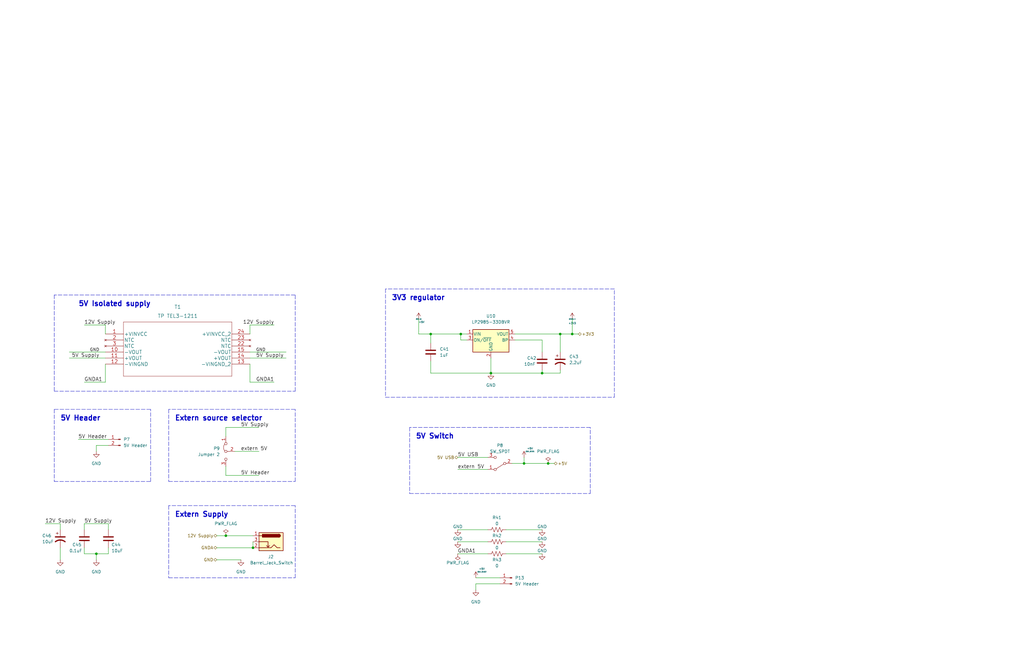
<source format=kicad_sch>
(kicad_sch (version 20211123) (generator eeschema)
  (paper "B")
  (title_block (title "Power supply") (date "07 07 2021"))
  (lib_symbols
    (symbol "Connector:Barrel_Jack_Switch" (pin_names hide)
      (property "Reference" "J" (at 0 5.334 0))
      (property "Value" "Barrel_Jack_Switch" (at 0 -5.08 0))
      (symbol "Barrel_Jack_Switch_0_1"
        (rectangle (start -5.08 3.81) (end 5.08 -3.81) (stroke (width 0.254)) (fill (type background)))
        (arc (start -3.302 3.175) (mid -3.937 2.54) (end -3.302 1.905) (stroke (width 0.254)))
        (arc (start -3.302 3.175) (mid -3.937 2.54) (end -3.302 1.905) (stroke (width 0.254)) (fill (type outline)))
        (polyline (pts (xy 1.27 -2.286) (xy 1.905 -1.651)) (stroke (width 0.254)))
        (polyline (pts (xy 5.08 2.54) (xy 3.81 2.54)) (stroke (width 0.254)))
        (polyline (pts (xy 5.08 0) (xy 1.27 0) (xy 1.27 -2.286) (xy 0.635 -1.651)) (stroke (width 0.254)))
        (polyline (pts (xy -3.81 -2.54) (xy -2.54 -2.54) (xy -1.27 -1.27) (xy 0 -2.54) (xy 2.54 -2.54) (xy 5.08 -2.54)) (stroke (width 0.254)))
        (rectangle (start 3.683 3.175) (end -3.302 1.905) (stroke (width 0.254)) (fill (type outline)))
      )
      (symbol "Barrel_Jack_Switch_1_1"
        (pin passive line (at 7.62 2.54 180) (length 2.54) (name "~") (number "1"))
        (pin passive line (at 7.62 -2.54 180) (length 2.54) (name "~") (number "2"))
        (pin passive line (at 7.62 0 180) (length 2.54) (name "~") (number "3"))
      )
    )
    (symbol "Connector:Conn_01x02_Male" (pin_names (offset 1.016) hide)
      (property "Reference" "J" (at 0 2.54 0))
      (property "Value" "Conn_01x02_Male" (at 0 -5.08 0))
      (symbol "Conn_01x02_Male_1_1"
        (polyline (pts (xy 1.27 -2.54) (xy 0.8636 -2.54)) (stroke (width 0.1524)))
        (polyline (pts (xy 1.27 0) (xy 0.8636 0)) (stroke (width 0.1524)))
        (rectangle (start 0.8636 -2.413) (end 0 -2.667) (stroke (width 0.1524)) (fill (type outline)))
        (rectangle (start 0.8636 0.127) (end 0 -0.127) (stroke (width 0.1524)) (fill (type outline)))
        (pin passive line (at 5.08 0 180) (length 3.81) (name "Pin_1") (number "1"))
        (pin passive line (at 5.08 -2.54 180) (length 3.81) (name "Pin_2") (number "2"))
      )
    )
    (symbol "Device:C" (pin_numbers hide) (pin_names (offset 0.254))
      (property "Reference" "C" (at 0.635 2.54 0))
      (property "Value" "C" (at 0.635 -2.54 0))
      (symbol "C_0_1"
        (polyline (pts (xy -2.032 -0.762) (xy 2.032 -0.762)) (stroke (width 0.508)))
        (polyline (pts (xy -2.032 0.762) (xy 2.032 0.762)) (stroke (width 0.508)))
      )
      (symbol "C_1_1"
        (pin passive line (at 0 3.81 270) (length 2.794) (name "~") (number "1"))
        (pin passive line (at 0 -3.81 90) (length 2.794) (name "~") (number "2"))
      )
    )
    (symbol "Device:C_Polarized_US" (pin_numbers hide) (pin_names (offset 0.254) hide)
      (property "Reference" "C" (at 0.635 2.54 0))
      (property "Value" "C_Polarized_US" (at 0.635 -2.54 0))
      (symbol "C_Polarized_US_0_1"
        (polyline (pts (xy -2.032 0.762) (xy 2.032 0.762)) (stroke (width 0.508)))
        (polyline (pts (xy -1.778 2.286) (xy -0.762 2.286)))
        (polyline (pts (xy -1.27 1.778) (xy -1.27 2.794)))
        (arc (start 2.032 -1.27) (mid 0 -0.5572) (end -2.032 -1.27) (stroke (width 0.508)))
      )
      (symbol "C_Polarized_US_1_1"
        (pin passive line (at 0 3.81 270) (length 2.794) (name "~") (number "1"))
        (pin passive line (at 0 -3.81 90) (length 3.302) (name "~") (number "2"))
      )
    )
    (symbol "Device:R_US" (pin_numbers hide) (pin_names (offset 0))
      (property "Reference" "R" (at 2.54 0 90))
      (property "Value" "R_US" (at -2.54 0 90))
      (symbol "R_US_0_1"
        (polyline (pts (xy 0 -2.286) (xy 0 -2.54)))
        (polyline (pts (xy 0 2.286) (xy 0 2.54)))
        (polyline (pts (xy 0 -0.762) (xy 1.016 -1.143) (xy 0 -1.524) (xy -1.016 -1.905) (xy 0 -2.286)))
        (polyline (pts (xy 0 0.762) (xy 1.016 0.381) (xy 0 0) (xy -1.016 -0.381) (xy 0 -0.762)))
        (polyline (pts (xy 0 2.286) (xy 1.016 1.905) (xy 0 1.524) (xy -1.016 1.143) (xy 0 0.762)))
      )
      (symbol "R_US_1_1"
        (pin passive line (at 0 3.81 270) (length 1.27) (name "~") (number "1"))
        (pin passive line (at 0 -3.81 90) (length 1.27) (name "~") (number "2"))
      )
    )
    (symbol "Jumper:Jumper_3_Bridged12" (pin_names (offset 0) hide)
      (property "Reference" "JP" (at -2.54 -2.54 0))
      (property "Value" "Jumper_3_Bridged12" (at 0 2.794 0))
      (symbol "Jumper_3_Bridged12_0_0"
        (circle (center -3.302 0) (radius 0.508))
        (circle (center 0 0) (radius 0.508))
        (circle (center 3.302 0) (radius 0.508))
      )
      (symbol "Jumper_3_Bridged12_0_1"
        (arc (start -0.254 0.508) (mid -1.651 0.9912) (end -3.048 0.508))
        (polyline (pts (xy 0 -1.27) (xy 0 -0.508)))
      )
      (symbol "Jumper_3_Bridged12_1_1"
        (pin passive line (at -6.35 0 0) (length 2.54) (name "A") (number "1"))
        (pin input line (at 0 -3.81 90) (length 2.54) (name "C") (number "2"))
        (pin passive line (at 6.35 0 180) (length 2.54) (name "B") (number "3"))
      )
    )
    (symbol "Regulator_Linear:LP2985-3.3" (pin_names (offset 0.254))
      (property "Reference" "U" (at -6.35 5.715 0))
      (property "Value" "LP2985-3.3" (at 0 5.715 0))
      (symbol "LP2985-3.3_0_1"
        (rectangle (start -7.62 -5.08) (end 7.62 4.445) (stroke (width 0.254)) (fill (type background)))
      )
      (symbol "LP2985-3.3_1_1"
        (pin power_in line (at -10.16 2.54 0) (length 2.54) (name "VIN") (number "1"))
        (pin power_in line (at 0 -7.62 90) (length 2.54) (name "GND") (number "2"))
        (pin input line (at -10.16 0 0) (length 2.54) (name "ON/~{OFF}") (number "3"))
        (pin input line (at 10.16 0 180) (length 2.54) (name "BP") (number "4"))
        (pin power_out line (at 10.16 2.54 180) (length 2.54) (name "VOUT") (number "5"))
      )
    )
    (symbol "Switch:SW_SPDT" (pin_names (offset 0) hide)
      (property "Reference" "SW" (at 0 4.318 0))
      (property "Value" "SW_SPDT" (at 0 -5.08 0))
      (symbol "SW_SPDT_0_0"
        (circle (center -2.032 0) (radius 0.508))
        (circle (center 2.032 -2.54) (radius 0.508))
      )
      (symbol "SW_SPDT_0_1"
        (polyline (pts (xy -1.524 0.254) (xy 1.651 2.286)))
        (circle (center 2.032 2.54) (radius 0.508))
      )
      (symbol "SW_SPDT_1_1"
        (pin passive line (at 5.08 2.54 180) (length 2.54) (name "A") (number "1"))
        (pin passive line (at -5.08 0 0) (length 2.54) (name "B") (number "2"))
        (pin passive line (at 5.08 -2.54 180) (length 2.54) (name "C") (number "3"))
      )
    )
    (symbol "TP TEM3:TEM_3-2411N" (pin_names (offset 0.254))
      (property "Reference" "U" (at 30.48 10.16 0))
      (property "Value" "TEM_3-2411N" (at 30.48 7.62 0))
      (symbol "TEM_3-2411N_1_1"
        (polyline (pts (xy 7.62 -17.78) (xy 53.34 -17.78)) (stroke (width 0.127)))
        (polyline (pts (xy 7.62 5.08) (xy 7.62 -17.78)) (stroke (width 0.127)))
        (polyline (pts (xy 53.34 -17.78) (xy 53.34 5.08)) (stroke (width 0.127)))
        (polyline (pts (xy 53.34 5.08) (xy 7.62 5.08)) (stroke (width 0.127)))
        (pin power_in line (at 0 0 0) (length 7.62) (name "+VINVCC") (number "1"))
        (pin power_in line (at 0 -7.62 0) (length 7.62) (name "-VOUT") (number "10"))
        (pin power_out line (at 0 -10.16 0) (length 7.62) (name "+VOUT") (number "11"))
        (pin power_in line (at 0 -12.7 0) (length 7.62) (name "-VINGND") (number "12"))
        (pin power_in line (at 60.96 -12.7 180) (length 7.62) (name "-VINGND_2") (number "13"))
        (pin power_out line (at 60.96 -10.16 180) (length 7.62) (name "+VOUT") (number "14"))
        (pin power_in line (at 60.96 -7.62 180) (length 7.62) (name "-VOUT") (number "15"))
        (pin no_connect line (at 0 -2.54 0) (length 7.62) (name "NTC") (number "2"))
        (pin no_connect line (at 60.96 -5.08 180) (length 7.62) (name "NTC") (number "22"))
        (pin no_connect line (at 60.96 -2.54 180) (length 7.62) (name "NTC") (number "23"))
        (pin power_in line (at 60.96 0 180) (length 7.62) (name "+VINVCC_2") (number "24"))
        (pin no_connect line (at 0 -5.08 0) (length 7.62) (name "NTC") (number "3"))
      )
    )
    (symbol "power:+3V3" (power) (pin_names (offset 0))
      (property "Value" "+3V3" (at 0 3.556 0))
      (symbol "+3V3_0_1"
        (polyline (pts (xy -0.762 1.27) (xy 0 2.54)))
        (polyline (pts (xy 0 0) (xy 0 2.54)))
        (polyline (pts (xy 0 2.54) (xy 0.762 1.27)))
      )
      (symbol "+3V3_1_1"
        (pin power_in line (at 0 0 90) (length 0) hide (name "+3V3") (number "1"))
      )
    )
    (symbol "power:+5V" (power) (pin_names (offset 0))
      (property "Value" "+5V" (at 0 3.556 0))
      (symbol "+5V_0_1"
        (polyline (pts (xy -0.762 1.27) (xy 0 2.54)))
        (polyline (pts (xy 0 0) (xy 0 2.54)))
        (polyline (pts (xy 0 2.54) (xy 0.762 1.27)))
      )
      (symbol "+5V_1_1"
        (pin power_in line (at 0 0 90) (length 0) hide (name "+5V") (number "1"))
      )
    )
    (symbol "power:GND" (power) (pin_names (offset 0))
      (property "Value" "GND" (at 0 -3.81 0))
      (symbol "GND_0_1"
        (polyline (pts (xy 0 0) (xy 0 -1.27) (xy 1.27 -1.27) (xy 0 -2.54) (xy -1.27 -1.27) (xy 0 -1.27)))
      )
      (symbol "GND_1_1"
        (pin power_in line (at 0 0 270) (length 0) hide (name "GND") (number "1"))
      )
    )
    (symbol "power:PWR_FLAG" (power) (pin_numbers hide) (pin_names (offset 0) hide)
      (property "Value" "PWR_FLAG" (at 0 3.81 0))
      (symbol "PWR_FLAG_0_0"
        (pin power_out line (at 0 0 90) (length 0) (name "pwr") (number "1"))
      )
      (symbol "PWR_FLAG_0_1"
        (polyline (pts (xy 0 0) (xy 0 1.27) (xy -1.016 1.905) (xy 0 2.54) (xy 1.016 1.905) (xy 0 1.27)))
      )
    )
  )
  (junction (at 231.14 195.58))
  (junction (at 194.31 140.97))
  (junction (at 220.98 195.58))
  (junction (at 241.3 140.97))
  (junction (at 228.6 157.48))
  (junction (at 181.61 140.97))
  (junction (at 236.22 140.97))
  (junction (at 106.68 231.14))
  (junction (at 95.25 226.06))
  (junction (at 40.64 233.68))
  (junction (at 207.01 157.48))
  (wire (pts (xy 193.04 198.12) (xy 205.74 198.12)))
  (wire (pts (xy 40.64 233.68) (xy 35.56 233.68)))
  (wire (pts (xy 217.17 140.97) (xy 236.22 140.97)))
  (wire (pts (xy 241.3 140.97) (xy 241.3 134.62)))
  (polyline (pts (xy 172.72 180.34) (xy 172.72 208.28)))
  (polyline (pts (xy 124.46 165.1) (xy 124.46 124.46)))
  (wire (pts (xy 109.22 190.5) (xy 99.06 190.5)))
  (wire (pts (xy 228.6 148.59) (xy 228.6 143.51)))
  (wire (pts (xy 181.61 157.48) (xy 207.01 157.48)))
  (polyline (pts (xy 124.46 172.72) (xy 71.12 172.72)))
  (wire (pts (xy 106.68 226.06) (xy 95.25 226.06)))
  (wire (pts (xy 243.84 140.97) (xy 241.3 140.97)))
  (polyline (pts (xy 259.08 167.64) (xy 259.08 121.92)))
  (wire (pts (xy 200.66 243.84) (xy 210.82 243.84)))
  (wire (pts (xy 105.41 137.16) (xy 115.57 137.16)))
  (polyline (pts (xy 63.5 203.2) (xy 63.5 172.72)))
  (wire (pts (xy 35.56 161.29) (xy 44.45 161.29)))
  (wire (pts (xy 95.25 226.06) (xy 91.44 226.06)))
  (wire (pts (xy 176.53 140.97) (xy 176.53 134.62)))
  (polyline (pts (xy 124.46 243.84) (xy 124.46 213.36)))
  (wire (pts (xy 44.45 161.29) (xy 44.45 153.67)))
  (wire (pts (xy 220.98 195.58) (xy 231.14 195.58)))
  (polyline (pts (xy 259.08 121.92) (xy 162.56 121.92)))
  (wire (pts (xy 25.4 223.52) (xy 25.4 220.98)))
  (wire (pts (xy 25.4 236.22) (xy 25.4 231.14)))
  (wire (pts (xy 105.41 151.13) (xy 120.65 151.13)))
  (wire (pts (xy 45.72 233.68) (xy 40.64 233.68)))
  (wire (pts (xy 105.41 137.16) (xy 105.41 140.97)))
  (wire (pts (xy 40.64 236.22) (xy 40.64 233.68)))
  (wire (pts (xy 35.56 233.68) (xy 35.56 231.14)))
  (polyline (pts (xy 63.5 172.72) (xy 22.86 172.72)))
  (wire (pts (xy 115.57 161.29) (xy 105.41 161.29)))
  (wire (pts (xy 106.68 231.14) (xy 106.68 228.6)))
  (polyline (pts (xy 162.56 167.64) (xy 259.08 167.64)))
  (wire (pts (xy 193.04 193.04) (xy 205.74 193.04)))
  (wire (pts (xy 40.64 190.5) (xy 40.64 187.96)))
  (polyline (pts (xy 71.12 243.84) (xy 124.46 243.84)))
  (polyline (pts (xy 22.86 203.2) (xy 63.5 203.2)))
  (polyline (pts (xy 248.92 208.28) (xy 248.92 180.34)))
  (wire (pts (xy 45.72 223.52) (xy 45.72 220.98)))
  (wire (pts (xy 200.66 248.92) (xy 200.66 246.38)))
  (wire (pts (xy 35.56 223.52) (xy 35.56 220.98)))
  (wire (pts (xy 91.44 236.22) (xy 101.6 236.22)))
  (polyline (pts (xy 124.46 124.46) (xy 22.86 124.46)))
  (wire (pts (xy 95.25 180.34) (xy 95.25 184.15)))
  (wire (pts (xy 217.17 143.51) (xy 228.6 143.51)))
  (wire (pts (xy 220.98 193.04) (xy 220.98 195.58)))
  (polyline (pts (xy 71.12 172.72) (xy 71.12 203.2)))
  (wire (pts (xy 181.61 157.48) (xy 181.61 152.4)))
  (wire (pts (xy 207.01 157.48) (xy 228.6 157.48)))
  (wire (pts (xy 35.56 137.16) (xy 44.45 137.16)))
  (wire (pts (xy 33.02 185.42) (xy 45.72 185.42)))
  (polyline (pts (xy 71.12 213.36) (xy 71.12 243.84)))
  (wire (pts (xy 193.04 233.68) (xy 205.74 233.68)))
  (wire (pts (xy 194.31 143.51) (xy 194.31 140.97)))
  (wire (pts (xy 181.61 140.97) (xy 194.31 140.97)))
  (polyline (pts (xy 71.12 203.2) (xy 124.46 203.2)))
  (wire (pts (xy 236.22 156.21) (xy 236.22 157.48)))
  (wire (pts (xy 105.41 148.59) (xy 120.65 148.59)))
  (wire (pts (xy 236.22 140.97) (xy 236.22 148.59)))
  (wire (pts (xy 194.31 140.97) (xy 196.85 140.97)))
  (wire (pts (xy 231.14 195.58) (xy 233.68 195.58)))
  (wire (pts (xy 236.22 140.97) (xy 241.3 140.97)))
  (wire (pts (xy 95.25 200.66) (xy 109.22 200.66)))
  (polyline (pts (xy 248.92 180.34) (xy 172.72 180.34)))
  (wire (pts (xy 213.36 228.6) (xy 228.6 228.6)))
  (wire (pts (xy 213.36 223.52) (xy 228.6 223.52)))
  (wire (pts (xy 181.61 140.97) (xy 176.53 140.97)))
  (wire (pts (xy 200.66 246.38) (xy 210.82 246.38)))
  (wire (pts (xy 91.44 231.14) (xy 106.68 231.14)))
  (polyline (pts (xy 124.46 203.2) (xy 124.46 172.72)))
  (wire (pts (xy 193.04 223.52) (xy 205.74 223.52)))
  (wire (pts (xy 19.05 220.98) (xy 25.4 220.98)))
  (wire (pts (xy 213.36 233.68) (xy 228.6 233.68)))
  (polyline (pts (xy 22.86 172.72) (xy 22.86 203.2)))
  (wire (pts (xy 44.45 151.13) (xy 29.21 151.13)))
  (wire (pts (xy 44.45 148.59) (xy 29.21 148.59)))
  (polyline (pts (xy 124.46 213.36) (xy 71.12 213.36)))
  (wire (pts (xy 215.9 195.58) (xy 220.98 195.58)))
  (wire (pts (xy 105.41 161.29) (xy 105.41 153.67)))
  (wire (pts (xy 207.01 151.13) (xy 207.01 157.48)))
  (wire (pts (xy 228.6 157.48) (xy 236.22 157.48)))
  (wire (pts (xy 228.6 157.48) (xy 228.6 156.21)))
  (polyline (pts (xy 22.86 165.1) (xy 124.46 165.1)))
  (wire (pts (xy 44.45 137.16) (xy 44.45 140.97)))
  (wire (pts (xy 35.56 220.98) (xy 45.72 220.98)))
  (wire (pts (xy 181.61 140.97) (xy 181.61 144.78)))
  (polyline (pts (xy 172.72 208.28) (xy 248.92 208.28)))
  (polyline (pts (xy 22.86 124.46) (xy 22.86 165.1)))
  (wire (pts (xy 95.25 200.66) (xy 95.25 196.85)))
  (wire (pts (xy 193.04 228.6) (xy 205.74 228.6)))
  (wire (pts (xy 45.72 231.14) (xy 45.72 233.68)))
  (wire (pts (xy 95.25 180.34) (xy 109.22 180.34)))
  (wire (pts (xy 40.64 187.96) (xy 45.72 187.96)))
  (wire (pts (xy 196.85 143.51) (xy 194.31 143.51)))
  (polyline (pts (xy 162.56 121.92) (xy 162.56 167.64)))
  (text "5V Switch" (at 175.26 185.42 0) (effects (font (size 2.1336 2.1336) (thickness 0.4267) bold) (justify left bottom)))
  (text "3V3 regulator" (at 165.1 127 0) (effects (font (size 2.1336 2.1336) (thickness 0.4267) bold) (justify left bottom)))
  (text "5V Header" (at 25.4 177.8 0) (effects (font (size 2.1336 2.1336) (thickness 0.4267) bold) (justify left bottom)))
  (text "5V Isolated supply" (at 33.02 129.54 0) (effects (font (size 2.1336 2.1336) (thickness 0.4267) bold) (justify left bottom)))
  (text "Extern source selector" (at 73.66 177.8 0) (effects (font (size 2.1336 2.1336) (thickness 0.4267) bold) (justify left bottom)))
  (text "Extern Supply" (at 73.66 218.44 0) (effects (font (size 2.1336 2.1336) (thickness 0.4267) bold) (justify left bottom)))
  (label "GNDA1" (at 193.04 233.68 0) (effects (font (size 1.524 1.524))))
  (label "12V Supply" (at 19.05 220.98 0) (effects (font (size 1.524 1.524))))
  (label "5V Supply" (at 41.91 151.13 180) (effects (font (size 1.524 1.524))))
  (label "extern 5V" (at 193.04 198.12 0) (effects (font (size 1.524 1.524))))
  (label "GND" (at 107.95 148.59 0))
  (label "GNDA1" (at 35.56 161.29 0) (effects (font (size 1.524 1.524))))
  (label "5V USB" (at 193.04 193.04 0) (effects (font (size 1.524 1.524))))
  (label "5V Supply" (at 35.56 220.98 0) (effects (font (size 1.524 1.524))))
  (label "12V Supply" (at 35.56 137.16 0) (effects (font (size 1.524 1.524))))
  (label "5V Header" (at 33.02 185.42 0) (effects (font (size 1.524 1.524))))
  (label "GNDA1" (at 115.57 161.29 180) (effects (font (size 1.524 1.524))))
  (label "extern 5V" (at 101.6 190.5 0) (effects (font (size 1.524 1.524))))
  (label "5V Supply" (at 101.6 180.34 0) (effects (font (size 1.524 1.524))))
  (label "5V Header" (at 101.6 200.66 0) (effects (font (size 1.524 1.524))))
  (label "12V Supply" (at 115.57 137.16 180) (effects (font (size 1.524 1.524))))
  (label "5V Supply" (at 107.95 151.13 0) (effects (font (size 1.524 1.524))))
  (label "GND" (at 41.91 148.59 180))
  (hierarchical_label "GND" (shape bidirectional) (at 91.44 236.22 180))
  (hierarchical_label "+5V" (shape bidirectional) (at 233.68 195.58 0))
  (hierarchical_label "5V USB" (shape bidirectional) (at 193.04 193.04 180))
  (hierarchical_label "12V Supply" (shape bidirectional) (at 91.44 226.06 180))
  (hierarchical_label "+3V3" (shape bidirectional) (at 243.84 140.97 0))
  (hierarchical_label "GNDA" (shape bidirectional) (at 91.44 231.14 180))
  (symbol (lib_id "power:+5V") (at 176.53 134.62 0) (unit 1)
    (property "Reference" "5V_6" (at 176.53 134.62 0) (effects (font (size 0.508 0.508))))
    (property "Value" "5V" (at 177.8 135.89 0) (effects (font (size 0.762 0.762))))
  )
  (symbol (lib_id "power:+3V3") (at 241.3 134.62 0) (unit 1)
    (property "Reference" "3V3_4" (at 241.3 134.62 0) (effects (font (size 0.508 0.508))))
    (property "Value" "3V3" (at 241.3 136.398 0) (effects (font (size 0.762 0.762))))
  )
  (symbol (lib_id "TP TEM3:TEM_3-2411N") (at 44.45 140.97 0) (unit 1)
    (property "Reference" "T1" (at 74.93 129.54 0) (effects (font (size 1.524 1.524))))
    (property "Value" "TP TEL3-1211" (at 74.93 133.35 0) (effects (font (size 1.524 1.524))))
    (property "Footprint" "TEM3_TRP" (effects hide))
  )
  (symbol (lib_id "power:GND") (at 193.04 228.6 0) (unit 1)
    (property "Reference" "#PWR0106" (effects hide))
    (property "Value" "GNDA" (at 193.04 227.33 0))
  )
  (symbol (lib_id "Device:R_US") (at 209.55 223.52 90) (unit 1)
    (property "Reference" "R41" (at 209.55 218.44 90))
    (property "Value" "0" (at 209.55 220.98 90))
  )
  (symbol (lib_id "Device:C") (at 35.56 227.33 0) (unit 1)
    (property "Reference" "C45" (at 30.48 229.87 0) (effects (justify left)))
    (property "Value" "0.1uF" (at 29.21 232.41 0) (effects (justify left)))
  )
  (symbol (lib_id "power:+5V") (at 200.66 243.84 0) (unit 1)
    (property "Reference" "#5V_0102" (at 203.2 241.3 0) (effects (font (size 0.508 0.508))))
    (property "Value" "5V" (at 203.2 240.03 0) (effects (font (size 0.762 0.762))))
  )
  (symbol (lib_id "power:GND") (at 40.64 190.5 0) (unit 1)
    (property "Reference" "#PWR0109" (effects hide))
    (property "Value" "GND" (at 40.64 195.58 0))
  )
  (symbol (lib_id "power:GND") (at 101.6 236.22 0) (unit 1)
    (property "Reference" "#PWR0110" (effects hide))
    (property "Value" "GND" (at 101.6 241.3 0))
  )
  (symbol (lib_id "power:GND") (at 25.4 236.22 0) (unit 1)
    (property "Reference" "#PWR0107" (effects hide))
    (property "Value" "GNDA" (at 25.4 241.3 0))
  )
  (symbol (lib_id "power:PWR_FLAG") (at 193.04 233.68 180) (unit 1)
    (property "Reference" "#FLG0104" (effects hide))
    (property "Value" "PWR_FLAG" (at 193.04 237.49 0))
  )
  (symbol (lib_id "Device:R_US") (at 209.55 228.6 90) (unit 1)
    (property "Reference" "R42" (at 209.55 226.06 90))
    (property "Value" "0" (at 209.55 231.14 90))
  )
  (symbol (lib_id "Jumper:Jumper_3_Bridged12") (at 95.25 190.5 90) (mirror x) (unit 1)
    (property "Reference" "P9" (at 92.71 189.2299 90) (effects (justify left)))
    (property "Value" "Jumper 2" (at 92.71 191.7699 90) (effects (justify left)))
  )
  (symbol (lib_id "power:GND") (at 228.6 233.68 0) (unit 1)
    (property "Reference" "#PWR0101" (effects hide))
    (property "Value" "GNDA" (at 228.6 232.41 0))
  )
  (symbol (lib_id "power:PWR_FLAG") (at 231.14 195.58 0) (unit 1)
    (property "Reference" "#FLG0102" (effects hide))
    (property "Value" "PWR_FLAG" (at 231.14 190.5 0))
  )
  (symbol (lib_id "power:GND") (at 40.64 236.22 0) (unit 1)
    (property "Reference" "#PWR0108" (effects hide))
    (property "Value" "GNDA" (at 40.64 241.3 0))
  )
  (symbol (lib_id "Connector:Conn_01x02_Male") (at 215.9 243.84 0) (mirror y) (unit 1)
    (property "Reference" "P13" (at 217.17 243.8399 0) (effects (justify right)))
    (property "Value" "5V Header" (at 217.17 246.3799 0) (effects (justify right)))
  )
  (symbol (lib_id "Device:C_Polarized_US") (at 236.22 152.4 0) (unit 1)
    (property "Reference" "C43" (at 240.03 150.4949 0) (effects (justify left)))
    (property "Value" "2.2uF" (at 240.03 153.0349 0) (effects (justify left)))
  )
  (symbol (lib_id "Connector:Conn_01x02_Male") (at 50.8 185.42 0) (mirror y) (unit 1)
    (property "Reference" "P7" (at 52.07 185.4199 0) (effects (justify right)))
    (property "Value" "5V Header" (at 52.07 187.9599 0) (effects (justify right)))
  )
  (symbol (lib_id "power:+5V") (at 220.98 193.04 0) (unit 1)
    (property "Reference" "#5V_0101" (at 223.52 190.5 0) (effects (font (size 0.508 0.508))))
    (property "Value" "5V" (at 223.52 189.23 0) (effects (font (size 0.762 0.762))))
  )
  (symbol (lib_id "Device:R_US") (at 209.55 233.68 90) (unit 1)
    (property "Reference" "R43" (at 209.55 236.22 90))
    (property "Value" "0" (at 209.55 238.76 90))
  )
  (symbol (lib_id "power:PWR_FLAG") (at 95.25 226.06 0) (unit 1)
    (property "Reference" "#FLG0103" (effects hide))
    (property "Value" "PWR_FLAG" (at 95.25 220.98 0))
  )
  (symbol (lib_id "Device:C") (at 181.61 148.59 0) (unit 1)
    (property "Reference" "C41" (at 185.42 147.3199 0) (effects (justify left)))
    (property "Value" "1uF" (at 185.42 149.8599 0) (effects (justify left)))
  )
  (symbol (lib_id "power:GND") (at 228.6 228.6 0) (unit 1)
    (property "Reference" "#PWR0102" (effects hide))
    (property "Value" "GND" (at 228.6 227.33 0))
  )
  (symbol (lib_id "Switch:SW_SPDT") (at 210.82 195.58 180) (unit 1)
    (property "Reference" "P8" (at 210.82 187.96 0))
    (property "Value" "SW_SPDT" (at 210.82 190.5 0))
  )
  (symbol (lib_id "Device:C") (at 45.72 227.33 0) (unit 1)
    (property "Reference" "C44" (at 46.99 229.87 0) (effects (justify left)))
    (property "Value" "10uF" (at 46.99 232.41 0) (effects (justify left)))
  )
  (symbol (lib_id "Device:C") (at 228.6 152.4 0) (unit 1)
    (property "Reference" "C42" (at 222.25 151.13 0) (effects (justify left)))
    (property "Value" "10nF" (at 220.98 153.67 0) (effects (justify left)))
  )
  (symbol (lib_id "power:GND") (at 200.66 248.92 0) (unit 1)
    (property "Reference" "#PWR0104" (effects hide))
    (property "Value" "GND" (at 200.66 254 0))
  )
  (symbol (lib_id "power:GND") (at 207.01 157.48 0) (unit 1)
    (property "Reference" "#PWR0111" (effects hide))
    (property "Value" "GNDA" (at 207.01 162.56 0))
  )
  (symbol (lib_id "power:GND") (at 228.6 223.52 0) (unit 1)
    (property "Reference" "#PWR0103" (effects hide))
    (property "Value" "GND" (at 228.6 222.25 0))
  )
  (symbol (lib_id "Connector:Barrel_Jack_Switch") (at 114.3 228.6 0) (mirror y) (unit 1)
    (property "Reference" "J2" (at 113.03 234.95 0) (effects (justify right)))
    (property "Value" "Barrel_Jack_Switch" (at 105.41 237.49 0) (effects (justify right)))
    (property "Footprint" "Connector_BarrelJack:BarrelJack_GCT_DCJ200-10-A_Horizontal" (effects hide))
  )
  (symbol (lib_id "Device:C_Polarized_US") (at 25.4 227.33 0) (unit 1)
    (property "Reference" "C46" (at 17.78 226.06 0) (effects (justify left)))
    (property "Value" "10uF" (at 17.78 228.6 0) (effects (justify left)))
  )
  (symbol (lib_id "Regulator_Linear:LP2985-3.3") (at 207.01 143.51 0) (unit 1)
    (property "Reference" "U10" (at 207.01 133.35 0))
    (property "Value" "LP2985-33DBVR" (at 207.01 135.89 0))
    (property "Footprint" "Package_TO_SOT_SMD:SOT-23-5" (effects hide))
    (property "Datasheet" "http://www.ti.com/lit/ds/symlink/lp2985.pdf" (effects hide))
  )
  (symbol (lib_id "power:GND") (at 193.04 223.52 0) (unit 1)
    (property "Reference" "#PWR0105" (effects hide))
    (property "Value" "GNDA" (at 193.04 222.25 0))
  )
)
</source>
